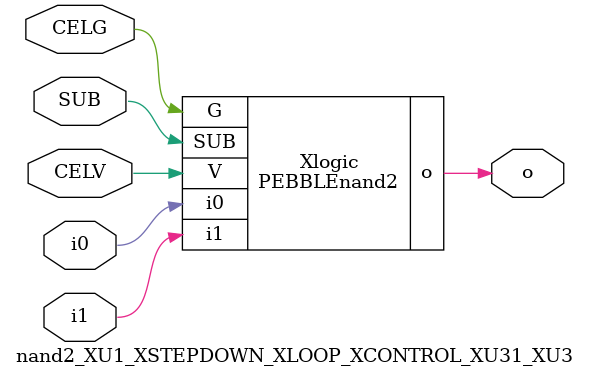
<source format=v>



module PEBBLEnand2 ( o, G, SUB, V, i0, i1 );

  input i0;
  input V;
  input i1;
  input G;
  output o;
  input SUB;
endmodule

//Celera Confidential Do Not Copy nand2_XU1_XSTEPDOWN_XLOOP_XCONTROL_XU31_XU3
//Celera Confidential Symbol Generator
//5V NAND2
module nand2_XU1_XSTEPDOWN_XLOOP_XCONTROL_XU31_XU3 (CELV,CELG,i0,i1,o,SUB);
input CELV;
input CELG;
input i0;
input i1;
input SUB;
output o;

//Celera Confidential Do Not Copy nand2
PEBBLEnand2 Xlogic(
.V (CELV),
.i0 (i0),
.i1 (i1),
.o (o),
.SUB (SUB),
.G (CELG)
);
//,diesize,PEBBLEnand2

//Celera Confidential Do Not Copy Module End
//Celera Schematic Generator
endmodule

</source>
